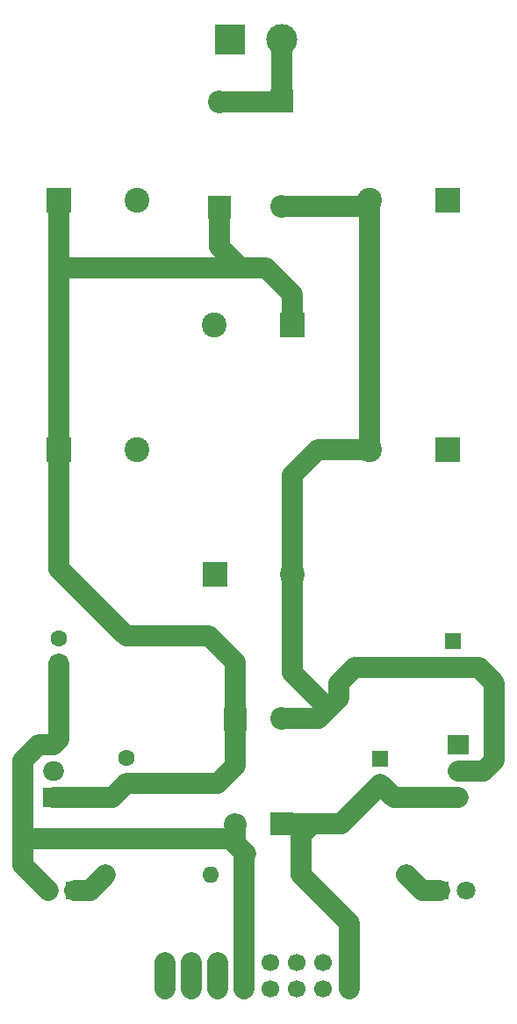
<source format=gtl>
%TF.GenerationSoftware,KiCad,Pcbnew,(6.0.2)*%
%TF.CreationDate,2022-03-19T09:04:52+01:00*%
%TF.ProjectId,PSU,5053552e-6b69-4636-9164-5f7063625858,rev?*%
%TF.SameCoordinates,Original*%
%TF.FileFunction,Copper,L1,Top*%
%TF.FilePolarity,Positive*%
%FSLAX46Y46*%
G04 Gerber Fmt 4.6, Leading zero omitted, Abs format (unit mm)*
G04 Created by KiCad (PCBNEW (6.0.2)) date 2022-03-19 09:04:52*
%MOMM*%
%LPD*%
G01*
G04 APERTURE LIST*
G04 Aperture macros list*
%AMRoundRect*
0 Rectangle with rounded corners*
0 $1 Rounding radius*
0 $2 $3 $4 $5 $6 $7 $8 $9 X,Y pos of 4 corners*
0 Add a 4 corners polygon primitive as box body*
4,1,4,$2,$3,$4,$5,$6,$7,$8,$9,$2,$3,0*
0 Add four circle primitives for the rounded corners*
1,1,$1+$1,$2,$3*
1,1,$1+$1,$4,$5*
1,1,$1+$1,$6,$7*
1,1,$1+$1,$8,$9*
0 Add four rect primitives between the rounded corners*
20,1,$1+$1,$2,$3,$4,$5,0*
20,1,$1+$1,$4,$5,$6,$7,0*
20,1,$1+$1,$6,$7,$8,$9,0*
20,1,$1+$1,$8,$9,$2,$3,0*%
G04 Aperture macros list end*
%TA.AperFunction,ComponentPad*%
%ADD10R,1.600000X1.600000*%
%TD*%
%TA.AperFunction,ComponentPad*%
%ADD11C,1.600000*%
%TD*%
%TA.AperFunction,ComponentPad*%
%ADD12R,2.000000X1.905000*%
%TD*%
%TA.AperFunction,ComponentPad*%
%ADD13O,2.000000X1.905000*%
%TD*%
%TA.AperFunction,ComponentPad*%
%ADD14R,2.400000X2.400000*%
%TD*%
%TA.AperFunction,ComponentPad*%
%ADD15C,2.400000*%
%TD*%
%TA.AperFunction,ComponentPad*%
%ADD16RoundRect,0.250000X-0.600000X0.600000X-0.600000X-0.600000X0.600000X-0.600000X0.600000X0.600000X0*%
%TD*%
%TA.AperFunction,ComponentPad*%
%ADD17C,1.700000*%
%TD*%
%TA.AperFunction,ComponentPad*%
%ADD18R,1.800000X1.800000*%
%TD*%
%TA.AperFunction,ComponentPad*%
%ADD19C,1.800000*%
%TD*%
%TA.AperFunction,ComponentPad*%
%ADD20R,2.200000X2.200000*%
%TD*%
%TA.AperFunction,ComponentPad*%
%ADD21O,2.200000X2.200000*%
%TD*%
%TA.AperFunction,ComponentPad*%
%ADD22O,1.600000X1.600000*%
%TD*%
%TA.AperFunction,ComponentPad*%
%ADD23R,3.000000X3.000000*%
%TD*%
%TA.AperFunction,ComponentPad*%
%ADD24C,3.000000*%
%TD*%
%TA.AperFunction,Conductor*%
%ADD25C,2.000000*%
%TD*%
G04 APERTURE END LIST*
D10*
%TO.P,C10,1*%
%TO.N,GND*%
X97000000Y-123794888D03*
D11*
%TO.P,C10,2*%
%TO.N,-12V*%
X97000000Y-126294888D03*
%TD*%
D12*
%TO.P,U2,1,GND*%
%TO.N,GND*%
X104500000Y-122500000D03*
D13*
%TO.P,U2,2,IN*%
%TO.N,Net-(C6-Pad2)*%
X104500000Y-125040000D03*
%TO.P,U2,3,OUT*%
%TO.N,-12V*%
X104500000Y-127580000D03*
%TD*%
D14*
%TO.P,C3,1*%
%TO.N,Net-(C1-Pad1)*%
X66022220Y-94000000D03*
D15*
%TO.P,C3,2*%
%TO.N,GND*%
X73522220Y-94000000D03*
%TD*%
D16*
%TO.P,J1,1*%
%TO.N,-12V*%
X94000000Y-143500000D03*
D17*
%TO.P,J1,2*%
X94000000Y-146040000D03*
%TO.P,J1,3*%
%TO.N,GND*%
X91460000Y-143500000D03*
%TO.P,J1,4*%
X91460000Y-146040000D03*
%TO.P,J1,5*%
X88920000Y-143500000D03*
%TO.P,J1,6*%
X88920000Y-146040000D03*
%TO.P,J1,7*%
X86380000Y-143500000D03*
%TO.P,J1,8*%
X86380000Y-146040000D03*
%TO.P,J1,9*%
%TO.N,+12V*%
X83840000Y-143500000D03*
%TO.P,J1,10*%
X83840000Y-146040000D03*
%TO.P,J1,11*%
%TO.N,Net-(J1-Pad11)*%
X81300000Y-143500000D03*
%TO.P,J1,12*%
X81300000Y-146040000D03*
%TO.P,J1,13*%
%TO.N,Net-(J1-Pad13)*%
X78760000Y-143500000D03*
%TO.P,J1,14*%
X78760000Y-146040000D03*
%TO.P,J1,15*%
%TO.N,Net-(J1-Pad15)*%
X76220000Y-143500000D03*
%TO.P,J1,16*%
X76220000Y-146040000D03*
%TD*%
D18*
%TO.P,D4,1,K*%
%TO.N,Net-(D4-Pad1)*%
X102725000Y-136500000D03*
D19*
%TO.P,D4,2,A*%
%TO.N,GND*%
X105265000Y-136500000D03*
%TD*%
D20*
%TO.P,D6,1,K*%
%TO.N,-12V*%
X87500000Y-130080000D03*
D21*
%TO.P,D6,2,A*%
%TO.N,Net-(C6-Pad2)*%
X87500000Y-119920000D03*
%TD*%
D10*
%TO.P,C9,1*%
%TO.N,GND*%
X104000000Y-112500000D03*
D11*
%TO.P,C9,2*%
%TO.N,Net-(C6-Pad2)*%
X104000000Y-115000000D03*
%TD*%
D12*
%TO.P,U1,1,IN*%
%TO.N,Net-(C1-Pad1)*%
X65460000Y-127540000D03*
D13*
%TO.P,U1,2,GND*%
%TO.N,GND*%
X65460000Y-125000000D03*
%TO.P,U1,3,OUT*%
%TO.N,+12V*%
X65460000Y-122460000D03*
%TD*%
D11*
%TO.P,R2,1*%
%TO.N,Net-(D4-Pad1)*%
X99500000Y-135000000D03*
D22*
%TO.P,R2,2*%
%TO.N,-12V*%
X89340000Y-135000000D03*
%TD*%
D20*
%TO.P,D5,1,K*%
%TO.N,Net-(D2-Pad2)*%
X87500000Y-60420000D03*
D21*
%TO.P,D5,2,A*%
%TO.N,Net-(C6-Pad2)*%
X87500000Y-70580000D03*
%TD*%
D14*
%TO.P,C7,1*%
%TO.N,GND*%
X103477780Y-94000000D03*
D15*
%TO.P,C7,2*%
%TO.N,Net-(C6-Pad2)*%
X95977780Y-94000000D03*
%TD*%
D14*
%TO.P,C8,1*%
%TO.N,GND*%
X81022220Y-106000000D03*
D15*
%TO.P,C8,2*%
%TO.N,Net-(C6-Pad2)*%
X88522220Y-106000000D03*
%TD*%
D11*
%TO.P,R1,1*%
%TO.N,Net-(D3-Pad1)*%
X70500000Y-135000000D03*
D22*
%TO.P,R1,2*%
%TO.N,GND*%
X80660000Y-135000000D03*
%TD*%
D20*
%TO.P,D2,1,K*%
%TO.N,Net-(C1-Pad1)*%
X81500000Y-70660000D03*
D21*
%TO.P,D2,2,A*%
%TO.N,Net-(D2-Pad2)*%
X81500000Y-60500000D03*
%TD*%
D10*
%TO.P,C4,1*%
%TO.N,Net-(C1-Pad1)*%
X72500000Y-126205113D03*
D11*
%TO.P,C4,2*%
%TO.N,GND*%
X72500000Y-123705113D03*
%TD*%
D14*
%TO.P,C2,1*%
%TO.N,Net-(C1-Pad1)*%
X88500000Y-82000000D03*
D15*
%TO.P,C2,2*%
%TO.N,GND*%
X81000000Y-82000000D03*
%TD*%
D18*
%TO.P,D3,1,K*%
%TO.N,Net-(D3-Pad1)*%
X67500000Y-136500000D03*
D19*
%TO.P,D3,2,A*%
%TO.N,+12V*%
X64960000Y-136500000D03*
%TD*%
D14*
%TO.P,C1,1*%
%TO.N,Net-(C1-Pad1)*%
X66022220Y-70000000D03*
D15*
%TO.P,C1,2*%
%TO.N,GND*%
X73522220Y-70000000D03*
%TD*%
D10*
%TO.P,C5,1*%
%TO.N,+12V*%
X66000000Y-114705113D03*
D11*
%TO.P,C5,2*%
%TO.N,GND*%
X66000000Y-112205113D03*
%TD*%
D20*
%TO.P,D1,1,K*%
%TO.N,Net-(C1-Pad1)*%
X83000000Y-120000000D03*
D21*
%TO.P,D1,2,A*%
%TO.N,+12V*%
X83000000Y-130160000D03*
%TD*%
D14*
%TO.P,C6,1*%
%TO.N,GND*%
X103477780Y-70000000D03*
D15*
%TO.P,C6,2*%
%TO.N,Net-(C6-Pad2)*%
X95977780Y-70000000D03*
%TD*%
D23*
%TO.P,JP1,1*%
%TO.N,GND*%
X82500000Y-54500000D03*
D24*
%TO.P,JP1,2*%
%TO.N,Net-(D2-Pad2)*%
X87500000Y-54500000D03*
%TD*%
D25*
%TO.N,+12V*%
X83000000Y-132000000D02*
X84000000Y-133000000D01*
X83840000Y-133160000D02*
X83840000Y-143500000D01*
X62500000Y-134040000D02*
X64960000Y-136500000D01*
X64040000Y-122460000D02*
X62500000Y-124000000D01*
X66000000Y-121920000D02*
X65460000Y-122460000D01*
X83840000Y-143500000D02*
X83840000Y-146040000D01*
X82500000Y-131500000D02*
X83000000Y-132000000D01*
X62500000Y-131500000D02*
X62500000Y-134040000D01*
X84000000Y-133000000D02*
X83840000Y-133160000D01*
X66000000Y-114705113D02*
X66000000Y-121920000D01*
X62500000Y-131500000D02*
X82500000Y-131500000D01*
X65460000Y-122460000D02*
X64040000Y-122460000D01*
X83000000Y-130160000D02*
X83000000Y-132000000D01*
X62500000Y-124000000D02*
X62500000Y-131500000D01*
%TO.N,GND*%
X81000000Y-105977780D02*
X81022220Y-106000000D01*
%TO.N,-12V*%
X104500000Y-127580000D02*
X98285112Y-127580000D01*
X94000000Y-143500000D02*
X94000000Y-146040000D01*
X93214888Y-130080000D02*
X97000000Y-126294888D01*
X94000000Y-139660000D02*
X89340000Y-135000000D01*
X90420000Y-130080000D02*
X93214888Y-130080000D01*
X89340000Y-135000000D02*
X89340000Y-131160000D01*
X94000000Y-143500000D02*
X94000000Y-139660000D01*
X87500000Y-130080000D02*
X90420000Y-130080000D01*
X98285112Y-127580000D02*
X97000000Y-126294888D01*
X89340000Y-131160000D02*
X90420000Y-130080000D01*
%TO.N,Net-(D2-Pad2)*%
X81500000Y-60500000D02*
X87420000Y-60500000D01*
X87420000Y-60500000D02*
X87500000Y-60420000D01*
X87500000Y-54500000D02*
X87500000Y-60420000D01*
%TO.N,Net-(D3-Pad1)*%
X69000000Y-136500000D02*
X70500000Y-135000000D01*
X67500000Y-136500000D02*
X69000000Y-136500000D01*
%TO.N,Net-(D4-Pad1)*%
X101000000Y-136500000D02*
X99500000Y-135000000D01*
X102725000Y-136500000D02*
X101000000Y-136500000D01*
%TO.N,Net-(C1-Pad1)*%
X80500000Y-112000000D02*
X72500000Y-112000000D01*
X81500000Y-70660000D02*
X81500000Y-74500000D01*
X83000000Y-124500000D02*
X81294887Y-126205113D01*
X66500000Y-76500000D02*
X66022220Y-76977780D01*
X81294887Y-126205113D02*
X72500000Y-126205113D01*
X88500000Y-79000000D02*
X88500000Y-82000000D01*
X66022220Y-105522220D02*
X66022220Y-94000000D01*
X86000000Y-76500000D02*
X88500000Y-79000000D01*
X83500000Y-76500000D02*
X66500000Y-76500000D01*
X83000000Y-120000000D02*
X83000000Y-114500000D01*
X83500000Y-76500000D02*
X86000000Y-76500000D01*
X83000000Y-114500000D02*
X80500000Y-112000000D01*
X65460000Y-127540000D02*
X71165113Y-127540000D01*
X66022220Y-70000000D02*
X66022220Y-76977780D01*
X83000000Y-120000000D02*
X83000000Y-124500000D01*
X81500000Y-74500000D02*
X83500000Y-76500000D01*
X71165113Y-127540000D02*
X72500000Y-126205113D01*
X66022220Y-76977780D02*
X66022220Y-94000000D01*
X72500000Y-112000000D02*
X66022220Y-105522220D01*
%TO.N,Net-(C6-Pad2)*%
X92000000Y-119000000D02*
X93000000Y-118000000D01*
X104000000Y-115000000D02*
X106500000Y-115000000D01*
X91080000Y-119920000D02*
X92000000Y-119000000D01*
X91000000Y-94000000D02*
X88522220Y-96477780D01*
X93000000Y-118000000D02*
X93000000Y-116500000D01*
X94500000Y-115000000D02*
X104000000Y-115000000D01*
X108000000Y-124000000D02*
X106960000Y-125040000D01*
X95977780Y-94000000D02*
X91000000Y-94000000D01*
X88522220Y-96477780D02*
X88522220Y-106000000D01*
X106500000Y-115000000D02*
X108000000Y-116500000D01*
X87500000Y-70580000D02*
X95397780Y-70580000D01*
X108000000Y-116500000D02*
X108000000Y-124000000D01*
X87500000Y-119920000D02*
X91080000Y-119920000D01*
X95397780Y-70580000D02*
X95977780Y-70000000D01*
X95977780Y-70000000D02*
X95977780Y-94000000D01*
X88522220Y-115522220D02*
X92000000Y-119000000D01*
X88522220Y-106000000D02*
X88522220Y-115522220D01*
X93000000Y-116500000D02*
X94500000Y-115000000D01*
X106960000Y-125040000D02*
X104500000Y-125040000D01*
%TO.N,Net-(J1-Pad11)*%
X81300000Y-143500000D02*
X81300000Y-146040000D01*
%TO.N,Net-(J1-Pad13)*%
X78760000Y-143500000D02*
X78760000Y-146040000D01*
%TO.N,Net-(J1-Pad15)*%
X76220000Y-143500000D02*
X76220000Y-146040000D01*
%TD*%
M02*

</source>
